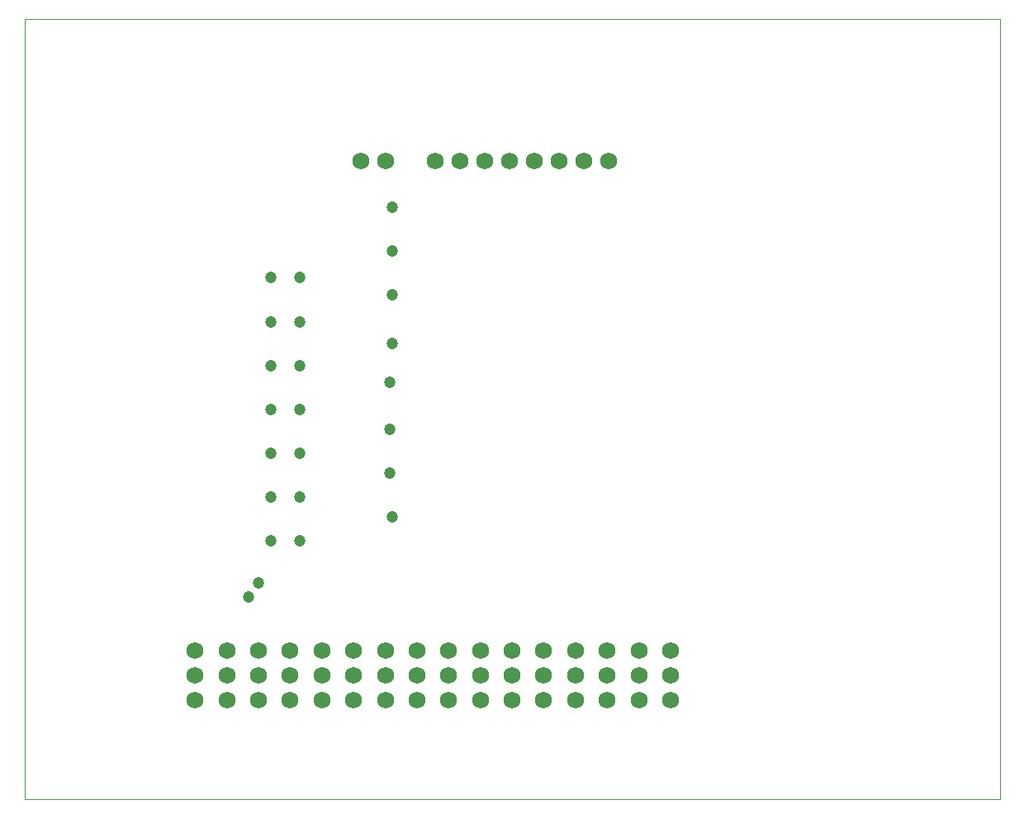
<source format=gbs>
G75*
%MOIN*%
%OFA0B0*%
%FSLAX25Y25*%
%IPPOS*%
%LPD*%
%AMOC8*
5,1,8,0,0,1.08239X$1,22.5*
%
%ADD10C,0.00000*%
%ADD11C,0.06800*%
%ADD12C,0.04737*%
D10*
X0001000Y0001000D02*
X0001000Y0315961D01*
X0394701Y0315961D01*
X0394701Y0001000D01*
X0001000Y0001000D01*
D11*
X0069898Y0041197D03*
X0082693Y0041197D03*
X0082693Y0051197D03*
X0082693Y0061197D03*
X0069898Y0061197D03*
X0069898Y0051197D03*
X0095488Y0051197D03*
X0095488Y0061197D03*
X0108283Y0061197D03*
X0108283Y0051197D03*
X0121079Y0051197D03*
X0121079Y0061197D03*
X0133874Y0061197D03*
X0133874Y0051197D03*
X0133874Y0041197D03*
X0121079Y0041197D03*
X0108283Y0041197D03*
X0095488Y0041197D03*
X0146669Y0041197D03*
X0159465Y0041197D03*
X0172260Y0041197D03*
X0185055Y0041197D03*
X0185055Y0051197D03*
X0185055Y0061197D03*
X0172260Y0061197D03*
X0172260Y0051197D03*
X0159465Y0051197D03*
X0159465Y0061197D03*
X0146669Y0061197D03*
X0146669Y0051197D03*
X0197850Y0051197D03*
X0197850Y0061197D03*
X0210646Y0061197D03*
X0210646Y0051197D03*
X0223441Y0051197D03*
X0223441Y0061197D03*
X0236236Y0061197D03*
X0236236Y0051197D03*
X0249031Y0051197D03*
X0249031Y0061197D03*
X0261827Y0061197D03*
X0261827Y0051197D03*
X0261827Y0041197D03*
X0249031Y0041197D03*
X0236236Y0041197D03*
X0223441Y0041197D03*
X0210646Y0041197D03*
X0197850Y0041197D03*
X0196787Y0258874D03*
X0186787Y0258874D03*
X0176787Y0258874D03*
X0166787Y0258874D03*
X0146787Y0258913D03*
X0136787Y0258913D03*
X0206787Y0258874D03*
X0216787Y0258874D03*
X0226787Y0258874D03*
X0236787Y0258874D03*
D12*
X0149622Y0240173D03*
X0149622Y0222457D03*
X0149622Y0204740D03*
X0149622Y0185055D03*
X0148638Y0169307D03*
X0148638Y0150606D03*
X0148638Y0132890D03*
X0149622Y0115173D03*
X0112220Y0123047D03*
X0100409Y0123047D03*
X0100409Y0105331D03*
X0112220Y0105331D03*
X0095488Y0088598D03*
X0091551Y0082693D03*
X0100409Y0140764D03*
X0112220Y0140764D03*
X0112220Y0158480D03*
X0100409Y0158480D03*
X0100409Y0176197D03*
X0112220Y0176197D03*
X0112220Y0193913D03*
X0100409Y0193913D03*
X0100409Y0211630D03*
X0112220Y0211630D03*
M02*

</source>
